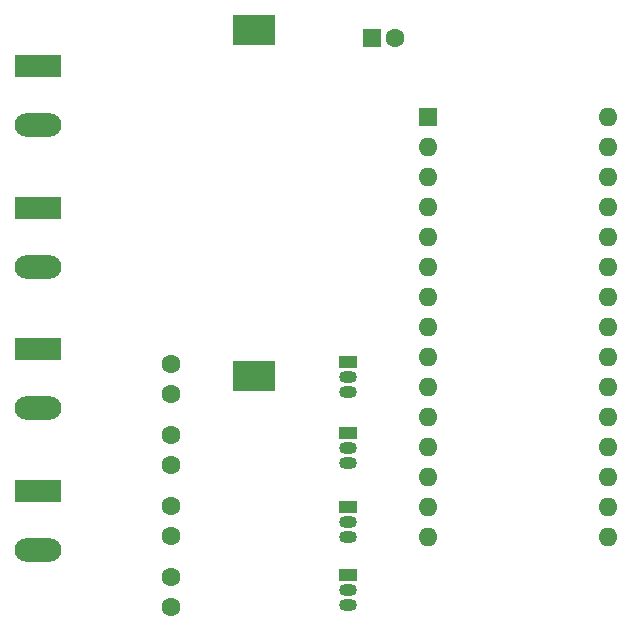
<source format=gbr>
%TF.GenerationSoftware,KiCad,Pcbnew,7.0.2-0*%
%TF.CreationDate,2023-05-07T21:32:26-07:00*%
%TF.ProjectId,VR-better,56522d62-6574-4746-9572-2e6b69636164,rev?*%
%TF.SameCoordinates,Original*%
%TF.FileFunction,Soldermask,Top*%
%TF.FilePolarity,Negative*%
%FSLAX46Y46*%
G04 Gerber Fmt 4.6, Leading zero omitted, Abs format (unit mm)*
G04 Created by KiCad (PCBNEW 7.0.2-0) date 2023-05-07 21:32:26*
%MOMM*%
%LPD*%
G01*
G04 APERTURE LIST*
%ADD10R,3.600000X2.600000*%
%ADD11R,1.500000X1.050000*%
%ADD12O,1.500000X1.050000*%
%ADD13C,1.600000*%
%ADD14R,1.600000X1.600000*%
%ADD15R,3.960000X1.980000*%
%ADD16O,3.960000X1.980000*%
%ADD17O,1.600000X1.600000*%
G04 APERTURE END LIST*
D10*
%TO.C,BT1*%
X79220000Y-101190000D03*
X79220000Y-130490000D03*
%TD*%
D11*
%TO.C,BJT0*%
X87220000Y-129300000D03*
D12*
X87220000Y-130570000D03*
X87220000Y-131840000D03*
%TD*%
D13*
%TO.C,C0*%
X72220000Y-132000000D03*
X72220000Y-129500000D03*
%TD*%
%TO.C,C_Pow1*%
X91220000Y-101840000D03*
D14*
X89220000Y-101840000D03*
%TD*%
D15*
%TO.C,DOWN(3)*%
X61000000Y-140235000D03*
D16*
X61000000Y-145235000D03*
%TD*%
D12*
%TO.C,BJT2*%
X87220000Y-144110000D03*
X87220000Y-142840000D03*
D11*
X87220000Y-141570000D03*
%TD*%
D12*
%TO.C,BJT3*%
X87220000Y-149840000D03*
X87220000Y-148570000D03*
D11*
X87220000Y-147300000D03*
%TD*%
D15*
%TO.C,LEFT(0)*%
X61000000Y-104235000D03*
D16*
X61000000Y-109235000D03*
%TD*%
%TO.C,RIGHT(1)*%
X61000000Y-121235000D03*
D15*
X61000000Y-116235000D03*
%TD*%
D13*
%TO.C,C3*%
X72220000Y-147500000D03*
X72220000Y-150000000D03*
%TD*%
%TO.C,C2*%
X72220000Y-141500000D03*
X72220000Y-144000000D03*
%TD*%
D14*
%TO.C,A1*%
X93954600Y-108559600D03*
D17*
X93954600Y-111099600D03*
X93954600Y-113639600D03*
X93954600Y-116179600D03*
X93954600Y-118719600D03*
X93954600Y-121259600D03*
X93954600Y-123799600D03*
X93954600Y-126339600D03*
X93954600Y-128879600D03*
X93954600Y-131419600D03*
X93954600Y-133959600D03*
X93954600Y-136499600D03*
X93954600Y-139039600D03*
X93954600Y-141579600D03*
X93954600Y-144119600D03*
X109194600Y-144119600D03*
X109194600Y-141579600D03*
X109194600Y-139039600D03*
X109194600Y-136499600D03*
X109194600Y-133959600D03*
X109194600Y-131419600D03*
X109194600Y-128879600D03*
X109194600Y-126339600D03*
X109194600Y-123799600D03*
X109194600Y-121259600D03*
X109194600Y-118719600D03*
X109194600Y-116179600D03*
X109194600Y-113639600D03*
X109194600Y-111099600D03*
X109194600Y-108559600D03*
%TD*%
D15*
%TO.C,UP(2)*%
X61000000Y-128235000D03*
D16*
X61000000Y-133235000D03*
%TD*%
D13*
%TO.C,C1*%
X72220000Y-135500000D03*
X72220000Y-138000000D03*
%TD*%
D11*
%TO.C,BJT1*%
X87220000Y-135300000D03*
D12*
X87220000Y-136570000D03*
X87220000Y-137840000D03*
%TD*%
M02*

</source>
